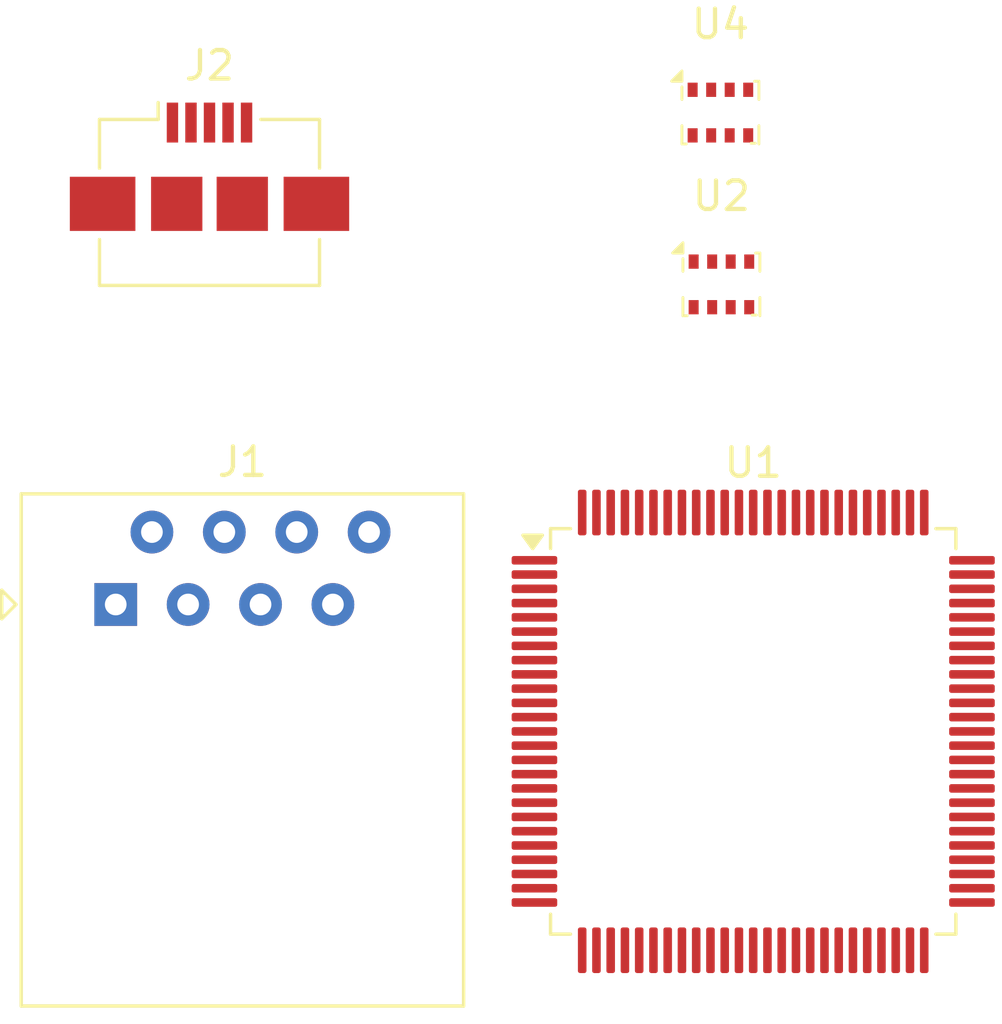
<source format=kicad_pcb>
(kicad_pcb (version 20240108) (generator "pcbnew") (generator_version "8.0")
  (layers (0 "F.Cu" signal) (31 "B.Cu" signal) (34 "B.Paste" user) (35 "F.Paste" user) (36 "B.SilkS" user "B.Silkscreen") (37 "F.SilkS" user "F.Silkscreen") (38 "B.Mask" user) (39 "F.Mask" user) (44 "Edge.Cuts" user))
  (net 0 "")
  (net 9 "Net-(U1-VSS-Pad10)")
  (net 109 "Net-(U2-SDO)")
  (net 110 "Net-(U2-CSB)")
  (net 111 "Net-(U2-SDI)")
  (net 112 "Net-(U2-SCK)")
  (footprint "Connector_RJ:RJ45_Amphenol_54602-x08_Horizontal" (layer "F.Cu") (at 121.96 78.05)
    (property "Reference" "J1" (at 4.445 -5 0) (layer "F.SilkS"))
    (property "Value" "RJ45")
    (fp_line (start -4 -0.5) (end -4 0.5) (stroke (width 0.12)) (layer "F.SilkS"))
    (fp_line (start -4 0.5) (end -3.5 0) (stroke (width 0.12)) (layer "F.SilkS"))
    (fp_line (start -3.5 0) (end -4 -0.5) (stroke (width 0.12)) (layer "F.SilkS"))
    (fp_line (start -3.315 -3.88) (end -3.315 14.08) (stroke (width 0.12)) (layer "F.SilkS"))
    (fp_line (start -3.315 14.08) (end 12.205 14.08) (stroke (width 0.12)) (layer "F.SilkS"))
    (fp_line (start 12.205 -3.88) (end -3.315 -3.88) (stroke (width 0.12)) (layer "F.SilkS"))
    (fp_line (start 12.205 -3.88) (end 12.205 14.08) (stroke (width 0.12)) (layer "F.SilkS"))
    (pad "" np_thru_hole circle (at -1.27 6.35) (size 3.2 3.2) (drill 3.2) (layers "*.Cu" "*.Mask"))
    (pad "" np_thru_hole circle (at 10.16 6.35) (size 3.2 3.2) (drill 3.2) (layers "*.Cu" "*.Mask"))
    (pad "1" thru_hole rect (at 0 0) (size 1.5 1.5) (drill 0.76) (layers "*.Cu" "*.Mask"))
    (pad "2" thru_hole circle (at 1.27 -2.54) (size 1.5 1.5) (drill 0.76) (layers "*.Cu" "*.Mask"))
    (pad "3" thru_hole circle (at 2.54 0) (size 1.5 1.5) (drill 0.76) (layers "*.Cu" "*.Mask"))
    (pad "4" thru_hole circle (at 3.81 -2.54) (size 1.5 1.5) (drill 0.76) (layers "*.Cu" "*.Mask"))
    (pad "5" thru_hole circle (at 5.08 0) (size 1.5 1.5) (drill 0.76) (layers "*.Cu" "*.Mask"))
    (pad "6" thru_hole circle (at 6.35 -2.54) (size 1.5 1.5) (drill 0.76) (layers "*.Cu" "*.Mask"))
    (pad "7" thru_hole circle (at 7.62 0) (size 1.5 1.5) (drill 0.76) (layers "*.Cu" "*.Mask"))
    (pad "8" thru_hole circle (at 8.89 -2.54) (size 1.5 1.5) (drill 0.76) (layers "*.Cu" "*.Mask"))
  )
  (footprint "Package_QFP:LQFP-100_14x14mm_P0.5mm" (layer "F.Cu") (at 144.325 82.5)
    (property "Reference" "U1" (at 0 -9.42 0) (layer "F.SilkS"))
    (property "Value" "STM32F107VCTx")
    (fp_line (start -7.11 -7.11) (end -7.11 -6.41) (stroke (width 0.12)) (layer "F.SilkS"))
    (fp_line (start -7.11 7.11) (end -7.11 6.41) (stroke (width 0.12)) (layer "F.SilkS"))
    (fp_line (start -6.41 -7.11) (end -7.11 -7.11) (stroke (width 0.12)) (layer "F.SilkS"))
    (fp_line (start -6.41 7.11) (end -7.11 7.11) (stroke (width 0.12)) (layer "F.SilkS"))
    (fp_line (start 6.41 -7.11) (end 7.11 -7.11) (stroke (width 0.12)) (layer "F.SilkS"))
    (fp_line (start 6.41 7.11) (end 7.11 7.11) (stroke (width 0.12)) (layer "F.SilkS"))
    (fp_line (start 7.11 -7.11) (end 7.11 -6.41) (stroke (width 0.12)) (layer "F.SilkS"))
    (fp_line (start 7.11 7.11) (end 7.11 6.41) (stroke (width 0.12)) (layer "F.SilkS"))
    (fp_poly (pts (xy -7.7375 -6.41) (xy -8.0775 -6.88) (xy -7.3975 -6.88) (xy -7.7375 -6.41)) (stroke (width 0.12)) (fill solid) (layer "F.SilkS"))
    (pad "1" smd roundrect (at -7.675 -6) (size 1.6 0.3) (layers "F.Cu" "F.Paste" "F.Mask"))
    (pad "2" smd roundrect (at -7.675 -5.5) (size 1.6 0.3) (layers "F.Cu" "F.Paste" "F.Mask"))
    (pad "3" smd roundrect (at -7.675 -5) (size 1.6 0.3) (layers "F.Cu" "F.Paste" "F.Mask"))
    (pad "4" smd roundrect (at -7.675 -4.5) (size 1.6 0.3) (layers "F.Cu" "F.Paste" "F.Mask"))
    (pad "5" smd roundrect (at -7.675 -4) (size 1.6 0.3) (layers "F.Cu" "F.Paste" "F.Mask"))
    (pad "6" smd roundrect (at -7.675 -3.5) (size 1.6 0.3) (layers "F.Cu" "F.Paste" "F.Mask"))
    (pad "7" smd roundrect (at -7.675 -3) (size 1.6 0.3) (layers "F.Cu" "F.Paste" "F.Mask"))
    (pad "8" smd roundrect (at -7.675 -2.5) (size 1.6 0.3) (layers "F.Cu" "F.Paste" "F.Mask"))
    (pad "9" smd roundrect (at -7.675 -2) (size 1.6 0.3) (layers "F.Cu" "F.Paste" "F.Mask"))
    (pad "10" smd roundrect (at -7.675 -1.5) (size 1.6 0.3) (layers "F.Cu" "F.Paste" "F.Mask") (net 9 "Net-(U1-VSS-Pad10)"))
    (pad "11" smd roundrect (at -7.675 -1) (size 1.6 0.3) (layers "F.Cu" "F.Paste" "F.Mask"))
    (pad "12" smd roundrect (at -7.675 -0.5) (size 1.6 0.3) (layers "F.Cu" "F.Paste" "F.Mask"))
    (pad "13" smd roundrect (at -7.675 0) (size 1.6 0.3) (layers "F.Cu" "F.Paste" "F.Mask"))
    (pad "14" smd roundrect (at -7.675 0.5) (size 1.6 0.3) (layers "F.Cu" "F.Paste" "F.Mask"))
    (pad "15" smd roundrect (at -7.675 1) (size 1.6 0.3) (layers "F.Cu" "F.Paste" "F.Mask"))
    (pad "16" smd roundrect (at -7.675 1.5) (size 1.6 0.3) (layers "F.Cu" "F.Paste" "F.Mask"))
    (pad "17" smd roundrect (at -7.675 2) (size 1.6 0.3) (layers "F.Cu" "F.Paste" "F.Mask"))
    (pad "18" smd roundrect (at -7.675 2.5) (size 1.6 0.3) (layers "F.Cu" "F.Paste" "F.Mask"))
    (pad "19" smd roundrect (at -7.675 3) (size 1.6 0.3) (layers "F.Cu" "F.Paste" "F.Mask"))
    (pad "20" smd roundrect (at -7.675 3.5) (size 1.6 0.3) (layers "F.Cu" "F.Paste" "F.Mask"))
    (pad "21" smd roundrect (at -7.675 4) (size 1.6 0.3) (layers "F.Cu" "F.Paste" "F.Mask"))
    (pad "22" smd roundrect (at -7.675 4.5) (size 1.6 0.3) (layers "F.Cu" "F.Paste" "F.Mask"))
    (pad "23" smd roundrect (at -7.675 5) (size 1.6 0.3) (layers "F.Cu" "F.Paste" "F.Mask"))
    (pad "24" smd roundrect (at -7.675 5.5) (size 1.6 0.3) (layers "F.Cu" "F.Paste" "F.Mask"))
    (pad "25" smd roundrect (at -7.675 6) (size 1.6 0.3) (layers "F.Cu" "F.Paste" "F.Mask"))
    (pad "26" smd roundrect (at -6 7.675) (size 0.3 1.6) (layers "F.Cu" "F.Paste" "F.Mask"))
    (pad "27" smd roundrect (at -5.5 7.675) (size 0.3 1.6) (layers "F.Cu" "F.Paste" "F.Mask") (net 9 "Net-(U1-VSS-Pad10)"))
    (pad "28" smd roundrect (at -5 7.675) (size 0.3 1.6) (layers "F.Cu" "F.Paste" "F.Mask"))
    (pad "29" smd roundrect (at -4.5 7.675) (size 0.3 1.6) (layers "F.Cu" "F.Paste" "F.Mask"))
    (pad "30" smd roundrect (at -4 7.675) (size 0.3 1.6) (layers "F.Cu" "F.Paste" "F.Mask"))
    (pad "31" smd roundrect (at -3.5 7.675) (size 0.3 1.6) (layers "F.Cu" "F.Paste" "F.Mask"))
    (pad "32" smd roundrect (at -3 7.675) (size 0.3 1.6) (layers "F.Cu" "F.Paste" "F.Mask"))
    (pad "33" smd roundrect (at -2.5 7.675) (size 0.3 1.6) (layers "F.Cu" "F.Paste" "F.Mask"))
    (pad "34" smd roundrect (at -2 7.675) (size 0.3 1.6) (layers "F.Cu" "F.Paste" "F.Mask"))
    (pad "35" smd roundrect (at -1.5 7.675) (size 0.3 1.6) (layers "F.Cu" "F.Paste" "F.Mask"))
    (pad "36" smd roundrect (at -1 7.675) (size 0.3 1.6) (layers "F.Cu" "F.Paste" "F.Mask"))
    (pad "37" smd roundrect (at -0.5 7.675) (size 0.3 1.6) (layers "F.Cu" "F.Paste" "F.Mask"))
    (pad "38" smd roundrect (at 0 7.675) (size 0.3 1.6) (layers "F.Cu" "F.Paste" "F.Mask"))
    (pad "39" smd roundrect (at 0.5 7.675) (size 0.3 1.6) (layers "F.Cu" "F.Paste" "F.Mask"))
    (pad "40" smd roundrect (at 1 7.675) (size 0.3 1.6) (layers "F.Cu" "F.Paste" "F.Mask"))
    (pad "41" smd roundrect (at 1.5 7.675) (size 0.3 1.6) (layers "F.Cu" "F.Paste" "F.Mask"))
    (pad "42" smd roundrect (at 2 7.675) (size 0.3 1.6) (layers "F.Cu" "F.Paste" "F.Mask"))
    (pad "43" smd roundrect (at 2.5 7.675) (size 0.3 1.6) (layers "F.Cu" "F.Paste" "F.Mask"))
    (pad "44" smd roundrect (at 3 7.675) (size 0.3 1.6) (layers "F.Cu" "F.Paste" "F.Mask"))
    (pad "45" smd roundrect (at 3.5 7.675) (size 0.3 1.6) (layers "F.Cu" "F.Paste" "F.Mask"))
    (pad "46" smd roundrect (at 4 7.675) (size 0.3 1.6) (layers "F.Cu" "F.Paste" "F.Mask"))
    (pad "47" smd roundrect (at 4.5 7.675) (size 0.3 1.6) (layers "F.Cu" "F.Paste" "F.Mask"))
    (pad "48" smd roundrect (at 5 7.675) (size 0.3 1.6) (layers "F.Cu" "F.Paste" "F.Mask"))
    (pad "49" smd roundrect (at 5.5 7.675) (size 0.3 1.6) (layers "F.Cu" "F.Paste" "F.Mask") (net 9 "Net-(U1-VSS-Pad10)"))
    (pad "50" smd roundrect (at 6 7.675) (size 0.3 1.6) (layers "F.Cu" "F.Paste" "F.Mask"))
    (pad "51" smd roundrect (at 7.675 6) (size 1.6 0.3) (layers "F.Cu" "F.Paste" "F.Mask"))
    (pad "52" smd roundrect (at 7.675 5.5) (size 1.6 0.3) (layers "F.Cu" "F.Paste" "F.Mask"))
    (pad "53" smd roundrect (at 7.675 5) (size 1.6 0.3) (layers "F.Cu" "F.Paste" "F.Mask"))
    (pad "54" smd roundrect (at 7.675 4.5) (size 1.6 0.3) (layers "F.Cu" "F.Paste" "F.Mask"))
    (pad "55" smd roundrect (at 7.675 4) (size 1.6 0.3) (layers "F.Cu" "F.Paste" "F.Mask"))
    (pad "56" smd roundrect (at 7.675 3.5) (size 1.6 0.3) (layers "F.Cu" "F.Paste" "F.Mask"))
    (pad "57" smd roundrect (at 7.675 3) (size 1.6 0.3) (layers "F.Cu" "F.Paste" "F.Mask"))
    (pad "58" smd roundrect (at 7.675 2.5) (size 1.6 0.3) (layers "F.Cu" "F.Paste" "F.Mask"))
    (pad "59" smd roundrect (at 7.675 2) (size 1.6 0.3) (layers "F.Cu" "F.Paste" "F.Mask"))
    (pad "60" smd roundrect (at 7.675 1.5) (size 1.6 0.3) (layers "F.Cu" "F.Paste" "F.Mask"))
    (pad "61" smd roundrect (at 7.675 1) (size 1.6 0.3) (layers "F.Cu" "F.Paste" "F.Mask"))
    (pad "62" smd roundrect (at 7.675 0.5) (size 1.6 0.3) (layers "F.Cu" "F.Paste" "F.Mask"))
    (pad "63" smd roundrect (at 7.675 0) (size 1.6 0.3) (layers "F.Cu" "F.Paste" "F.Mask"))
    (pad "64" smd roundrect (at 7.675 -0.5) (size 1.6 0.3) (layers "F.Cu" "F.Paste" "F.Mask"))
    (pad "65" smd roundrect (at 7.675 -1) (size 1.6 0.3) (layers "F.Cu" "F.Paste" "F.Mask"))
    (pad "66" smd roundrect (at 7.675 -1.5) (size 1.6 0.3) (layers "F.Cu" "F.Paste" "F.Mask"))
    (pad "67" smd roundrect (at 7.675 -2) (size 1.6 0.3) (layers "F.Cu" "F.Paste" "F.Mask"))
    (pad "68" smd roundrect (at 7.675 -2.5) (size 1.6 0.3) (layers "F.Cu" "F.Paste" "F.Mask"))
    (pad "69" smd roundrect (at 7.675 -3) (size 1.6 0.3) (layers "F.Cu" "F.Paste" "F.Mask"))
    (pad "70" smd roundrect (at 7.675 -3.5) (size 1.6 0.3) (layers "F.Cu" "F.Paste" "F.Mask"))
    (pad "71" smd roundrect (at 7.675 -4) (size 1.6 0.3) (layers "F.Cu" "F.Paste" "F.Mask"))
    (pad "72" smd roundrect (at 7.675 -4.5) (size 1.6 0.3) (layers "F.Cu" "F.Paste" "F.Mask"))
    (pad "73" smd roundrect (at 7.675 -5) (size 1.6 0.3) (layers "F.Cu" "F.Paste" "F.Mask"))
    (pad "74" smd roundrect (at 7.675 -5.5) (size 1.6 0.3) (layers "F.Cu" "F.Paste" "F.Mask") (net 9 "Net-(U1-VSS-Pad10)"))
    (pad "75" smd roundrect (at 7.675 -6) (size 1.6 0.3) (layers "F.Cu" "F.Paste" "F.Mask"))
    (pad "76" smd roundrect (at 6 -7.675) (size 0.3 1.6) (layers "F.Cu" "F.Paste" "F.Mask"))
    (pad "77" smd roundrect (at 5.5 -7.675) (size 0.3 1.6) (layers "F.Cu" "F.Paste" "F.Mask"))
    (pad "78" smd roundrect (at 5 -7.675) (size 0.3 1.6) (layers "F.Cu" "F.Paste" "F.Mask"))
    (pad "79" smd roundrect (at 4.5 -7.675) (size 0.3 1.6) (layers "F.Cu" "F.Paste" "F.Mask"))
    (pad "80" smd roundrect (at 4 -7.675) (size 0.3 1.6) (layers "F.Cu" "F.Paste" "F.Mask"))
    (pad "81" smd roundrect (at 3.5 -7.675) (size 0.3 1.6) (layers "F.Cu" "F.Paste" "F.Mask"))
    (pad "82" smd roundrect (at 3 -7.675) (size 0.3 1.6) (layers "F.Cu" "F.Paste" "F.Mask"))
    (pad "83" smd roundrect (at 2.5 -7.675) (size 0.3 1.6) (layers "F.Cu" "F.Paste" "F.Mask"))
    (pad "84" smd roundrect (at 2 -7.675) (size 0.3 1.6) (layers "F.Cu" "F.Paste" "F.Mask"))
    (pad "85" smd roundrect (at 1.5 -7.675) (size 0.3 1.6) (layers "F.Cu" "F.Paste" "F.Mask"))
    (pad "86" smd roundrect (at 1 -7.675) (size 0.3 1.6) (layers "F.Cu" "F.Paste" "F.Mask"))
    (pad "87" smd roundrect (at 0.5 -7.675) (size 0.3 1.6) (layers "F.Cu" "F.Paste" "F.Mask"))
    (pad "88" smd roundrect (at 0 -7.675) (size 0.3 1.6) (layers "F.Cu" "F.Paste" "F.Mask"))
    (pad "89" smd roundrect (at -0.5 -7.675) (size 0.3 1.6) (layers "F.Cu" "F.Paste" "F.Mask"))
    (pad "90" smd roundrect (at -1 -7.675) (size 0.3 1.6) (layers "F.Cu" "F.Paste" "F.Mask"))
    (pad "91" smd roundrect (at -1.5 -7.675) (size 0.3 1.6) (layers "F.Cu" "F.Paste" "F.Mask"))
    (pad "92" smd roundrect (at -2 -7.675) (size 0.3 1.6) (layers "F.Cu" "F.Paste" "F.Mask"))
    (pad "93" smd roundrect (at -2.5 -7.675) (size 0.3 1.6) (layers "F.Cu" "F.Paste" "F.Mask"))
    (pad "94" smd roundrect (at -3 -7.675) (size 0.3 1.6) (layers "F.Cu" "F.Paste" "F.Mask"))
    (pad "95" smd roundrect (at -3.5 -7.675) (size 0.3 1.6) (layers "F.Cu" "F.Paste" "F.Mask"))
    (pad "96" smd roundrect (at -4 -7.675) (size 0.3 1.6) (layers "F.Cu" "F.Paste" "F.Mask"))
    (pad "97" smd roundrect (at -4.5 -7.675) (size 0.3 1.6) (layers "F.Cu" "F.Paste" "F.Mask"))
    (pad "98" smd roundrect (at -5 -7.675) (size 0.3 1.6) (layers "F.Cu" "F.Paste" "F.Mask"))
    (pad "99" smd roundrect (at -5.5 -7.675) (size 0.3 1.6) (layers "F.Cu" "F.Paste" "F.Mask") (net 9 "Net-(U1-VSS-Pad10)"))
    (pad "100" smd roundrect (at -6 -7.675) (size 0.3 1.6) (layers "F.Cu" "F.Paste" "F.Mask"))
  )
  (footprint "Package_LGA:Bosch_LGA-8_2x2.5mm_P0.65mm_ClockwisePinNumbering" (layer "F.Cu") (at 143.175 60.8)
    (property "Reference" "U4" (at 0 -3.1 360) (layer "F.SilkS"))
    (property "Value" "BMP280")
    (fp_line (start -1.35 -0.46) (end -1.35 -0.9) (stroke (width 0.1)) (layer "F.SilkS"))
    (fp_line (start -1.35 1.1) (end -1.35 0.46) (stroke (width 0.1)) (layer "F.SilkS"))
    (fp_line (start -1.35 1.1) (end -1.2 1.1) (stroke (width 0.1)) (layer "F.SilkS"))
    (fp_line (start 1.075 1.075) (end 1.225 1.075) (stroke (width 0.1)) (layer "F.SilkS"))
    (fp_line (start 1.2 -1.1) (end 1.35 -1.1) (stroke (width 0.1)) (layer "F.SilkS"))
    (fp_line (start 1.35 -0.46) (end 1.35 -1.1) (stroke (width 0.1)) (layer "F.SilkS"))
    (fp_line (start 1.35 1.1) (end 1.35 0.46) (stroke (width 0.1)) (layer "F.SilkS"))
    (fp_poly (pts (xy -1.35 -1.1) (xy -1.71 -1.1) (xy -1.35 -1.46) (xy -1.35 -1.1)) (stroke (width 0.1)) (fill solid) (layer "F.SilkS"))
    (pad "1" smd rect (at -0.975 -0.8 90) (size 0.5 0.35) (layers "F.Cu" "F.Paste" "F.Mask"))
    (pad "2" smd rect (at -0.325 -0.8 90) (size 0.5 0.35) (layers "F.Cu" "F.Paste" "F.Mask") (net 110 "Net-(U2-CSB)"))
    (pad "3" smd rect (at 0.325 -0.8 90) (size 0.5 0.35) (layers "F.Cu" "F.Paste" "F.Mask") (net 111 "Net-(U2-SDI)"))
    (pad "4" smd rect (at 0.975 -0.8 90) (size 0.5 0.35) (layers "F.Cu" "F.Paste" "F.Mask") (net 112 "Net-(U2-SCK)"))
    (pad "5" smd rect (at 0.975 0.8 90) (size 0.5 0.35) (layers "F.Cu" "F.Paste" "F.Mask") (net 109 "Net-(U2-SDO)"))
    (pad "6" smd rect (at 0.325 0.8 90) (size 0.5 0.35) (layers "F.Cu" "F.Paste" "F.Mask"))
    (pad "7" smd rect (at -0.325 0.8 90) (size 0.5 0.35) (layers "F.Cu" "F.Paste" "F.Mask"))
    (pad "8" smd rect (at -0.975 0.8 90) (size 0.5 0.35) (layers "F.Cu" "F.Paste" "F.Mask"))
  )
  (footprint "Connector_USB:USB_Micro-B_Amphenol_10104110_Horizontal" (layer "F.Cu") (at 125.25 62.7)
    (property "Reference" "J2" (at 0 -3.55 0) (layer "F.SilkS"))
    (property "Value" "USB_B_Micro")
    (fp_line (start -3.86 -1.66) (end -1.8 -1.66) (stroke (width 0.12)) (layer "F.SilkS"))
    (fp_line (start -3.86 0.05) (end -3.86 -1.66) (stroke (width 0.12)) (layer "F.SilkS"))
    (fp_line (start -3.86 4.16) (end -3.86 2.55) (stroke (width 0.12)) (layer "F.SilkS"))
    (fp_line (start -3.86 4.16) (end 3.86 4.16) (stroke (width 0.12)) (layer "F.SilkS"))
    (fp_line (start -1.8 -1.66) (end -1.8 -2.25) (stroke (width 0.12)) (layer "F.SilkS"))
    (fp_line (start 3.86 -1.66) (end 1.8 -1.66) (stroke (width 0.12)) (layer "F.SilkS"))
    (fp_line (start 3.86 0.05) (end 3.86 -1.66) (stroke (width 0.12)) (layer "F.SilkS"))
    (fp_line (start 3.86 4.16) (end 3.86 2.55) (stroke (width 0.12)) (layer "F.SilkS"))
    (pad "1" smd rect (at -1.3 -1.55) (size 0.4 1.4) (layers "F.Cu" "F.Paste" "F.Mask"))
    (pad "2" smd rect (at -0.65 -1.55) (size 0.4 1.4) (layers "F.Cu" "F.Paste" "F.Mask"))
    (pad "3" smd rect (at 0 -1.55) (size 0.4 1.4) (layers "F.Cu" "F.Paste" "F.Mask"))
    (pad "4" smd rect (at 0.65 -1.55) (size 0.4 1.4) (layers "F.Cu" "F.Paste" "F.Mask"))
    (pad "5" smd rect (at 1.3 -1.55) (size 0.4 1.4) (layers "F.Cu" "F.Paste" "F.Mask"))
    (pad "6" smd rect (at -3.75 1.3) (size 2.3 1.9) (layers "F.Cu" "F.Paste" "F.Mask"))
    (pad "6" smd rect (at -1.15 1.3) (size 1.8 1.9) (layers "F.Cu" "F.Paste" "F.Mask"))
    (pad "6" smd rect (at 1.15 1.3) (size 1.8 1.9) (layers "F.Cu" "F.Paste" "F.Mask"))
    (pad "6" smd rect (at 3.75 1.3) (size 2.3 1.9) (layers "F.Cu" "F.Paste" "F.Mask"))
  )
  (footprint "Package_LGA:Bosch_LGA-8_2x2.5mm_P0.65mm_ClockwisePinNumbering" (layer "F.Cu") (at 143.21 66.825)
    (property "Reference" "U2" (at 0 -3.1 0) (layer "F.SilkS"))
    (property "Value" "BMP280")
    (fp_line (start -1.35 -0.46) (end -1.35 -0.9) (stroke (width 0.1)) (layer "F.SilkS"))
    (fp_line (start -1.35 1.1) (end -1.35 0.46) (stroke (width 0.1)) (layer "F.SilkS"))
    (fp_line (start -1.35 1.1) (end -1.2 1.1) (stroke (width 0.1)) (layer "F.SilkS"))
    (fp_line (start 1.075 1.075) (end 1.225 1.075) (stroke (width 0.1)) (layer "F.SilkS"))
    (fp_line (start 1.2 -1.1) (end 1.35 -1.1) (stroke (width 0.1)) (layer "F.SilkS"))
    (fp_line (start 1.35 -0.46) (end 1.35 -1.1) (stroke (width 0.1)) (layer "F.SilkS"))
    (fp_line (start 1.35 1.1) (end 1.35 0.46) (stroke (width 0.1)) (layer "F.SilkS"))
    (fp_poly (pts (xy -1.35 -1.1) (xy -1.71 -1.1) (xy -1.35 -1.46) (xy -1.35 -1.1)) (stroke (width 0.1)) (fill solid) (layer "F.SilkS"))
    (pad "1" smd rect (at -0.975 -0.8 90) (size 0.5 0.35) (layers "F.Cu" "F.Paste" "F.Mask"))
    (pad "2" smd rect (at -0.325 -0.8 90) (size 0.5 0.35) (layers "F.Cu" "F.Paste" "F.Mask") (net 110 "Net-(U2-CSB)"))
    (pad "3" smd rect (at 0.325 -0.8 90) (size 0.5 0.35) (layers "F.Cu" "F.Paste" "F.Mask") (net 111 "Net-(U2-SDI)"))
    (pad "4" smd rect (at 0.975 -0.8 90) (size 0.5 0.35) (layers "F.Cu" "F.Paste" "F.Mask") (net 112 "Net-(U2-SCK)"))
    (pad "5" smd rect (at 0.975 0.8 90) (size 0.5 0.35) (layers "F.Cu" "F.Paste" "F.Mask") (net 109 "Net-(U2-SDO)"))
    (pad "6" smd rect (at 0.325 0.8 90) (size 0.5 0.35) (layers "F.Cu" "F.Paste" "F.Mask"))
    (pad "7" smd rect (at -0.325 0.8 90) (size 0.5 0.35) (layers "F.Cu" "F.Paste" "F.Mask"))
    (pad "8" smd rect (at -0.975 0.8 90) (size 0.5 0.35) (layers "F.Cu" "F.Paste" "F.Mask"))
  )
)
</source>
